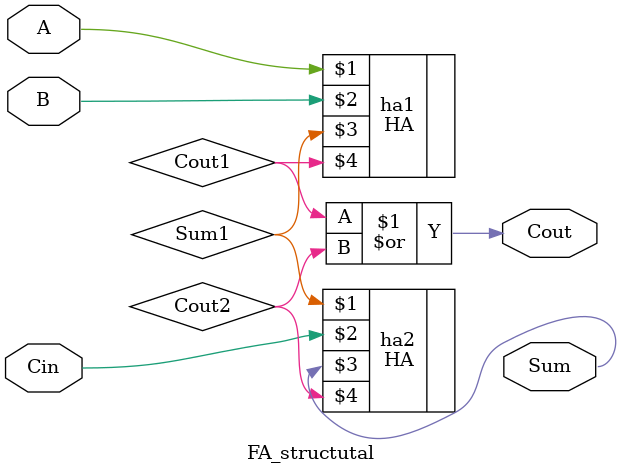
<source format=v>
module FA_structutal(
    input A, B, Cin,
    output Sum, Cout
);
    // Delaration of the inner-nets.
    wire Sum1, Cout1, Cout2;    
    HA ha1 (A, B, Sum1, Cout1);     // First Half-Adder.
    HA ha2 (Sum1, Cin, Sum, Cout2); // Second Half-Adder.
    // Using OR gate to calculate the Carry out.
    or o0 (Cout, Cout1, Cout2);     
endmodule


</source>
